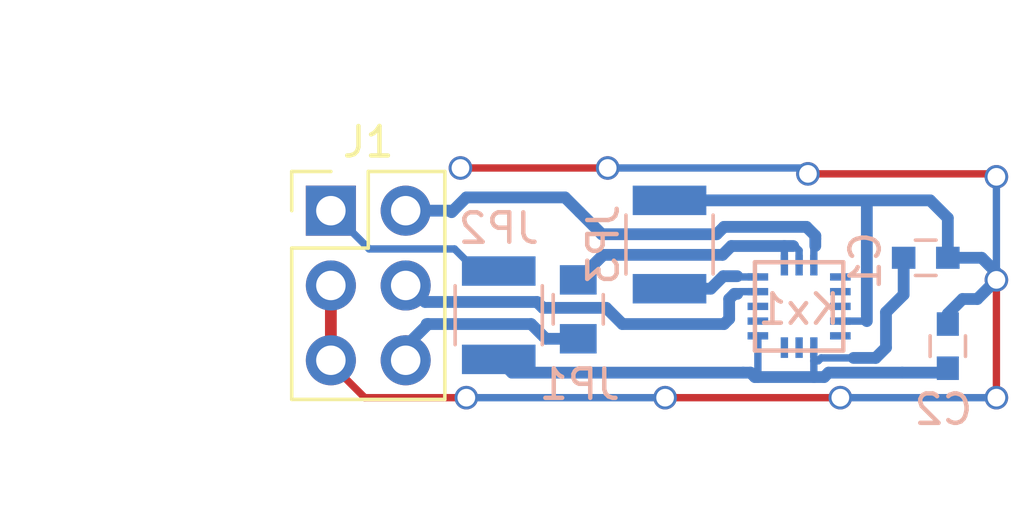
<source format=kicad_pcb>
(kicad_pcb (version 4) (host pcbnew 4.0.7)

  (general
    (links 16)
    (no_connects 0)
    (area 114.214287 82.025 152.200002 102.675)
    (thickness 1.6)
    (drawings 6)
    (tracks 114)
    (zones 0)
    (modules 7)
    (nets 17)
  )

  (page A4)
  (layers
    (0 F.Cu signal)
    (31 B.Cu signal)
    (32 B.Adhes user)
    (33 F.Adhes user)
    (34 B.Paste user)
    (35 F.Paste user)
    (36 B.SilkS user)
    (37 F.SilkS user)
    (38 B.Mask user)
    (39 F.Mask user)
    (40 Dwgs.User user)
    (41 Cmts.User user)
    (42 Eco1.User user)
    (43 Eco2.User user)
    (44 Edge.Cuts user)
    (45 Margin user)
    (46 B.CrtYd user)
    (47 F.CrtYd user)
    (48 B.Fab user)
    (49 F.Fab user)
  )

  (setup
    (last_trace_width 0.25)
    (user_trace_width 0.2)
    (user_trace_width 0.3)
    (user_trace_width 0.4)
    (user_trace_width 0.5)
    (user_trace_width 0.6)
    (user_trace_width 0.8)
    (trace_clearance 0.2)
    (zone_clearance 0.508)
    (zone_45_only no)
    (trace_min 0.2)
    (segment_width 0.2)
    (edge_width 0.15)
    (via_size 0.6)
    (via_drill 0.4)
    (via_min_size 0.4)
    (via_min_drill 0.3)
    (user_via 0.8 0.6)
    (user_via 1.2 0.8)
    (uvia_size 0.3)
    (uvia_drill 0.1)
    (uvias_allowed no)
    (uvia_min_size 0.2)
    (uvia_min_drill 0.1)
    (pcb_text_width 0.3)
    (pcb_text_size 1.5 1.5)
    (mod_edge_width 0.15)
    (mod_text_size 1 1)
    (mod_text_width 0.15)
    (pad_size 1.2 3.5)
    (pad_drill 0)
    (pad_to_mask_clearance 0.2)
    (aux_axis_origin 0 0)
    (visible_elements 7FFFF73F)
    (pcbplotparams
      (layerselection 0x00004_00000000)
      (usegerberextensions false)
      (excludeedgelayer false)
      (linewidth 0.100000)
      (plotframeref false)
      (viasonmask true)
      (mode 1)
      (useauxorigin false)
      (hpglpennumber 1)
      (hpglpenspeed 20)
      (hpglpendiameter 15)
      (hpglpenoverlay 2)
      (psnegative false)
      (psa4output false)
      (plotreference true)
      (plotvalue true)
      (plotinvisibletext true)
      (padsonsilk false)
      (subtractmaskfromsilk false)
      (outputformat 2)
      (mirror false)
      (drillshape 0)
      (scaleselection 1)
      (outputdirectory Cuivres/))
  )

  (net 0 "")
  (net 1 GNDREF)
  (net 2 /VDD)
  (net 3 /CS/SCL)
  (net 4 /SCLK)
  (net 5 /Miso/Mosi)
  (net 6 "Net-(J1-Pad1)")
  (net 7 "Net-(JP3-Pad2)")
  (net 8 "Net-(Kx1-Pad9)")
  (net 9 "Net-(Kx1-Pad16)")
  (net 10 "Net-(Kx1-Pad15)")
  (net 11 "Net-(Kx1-Pad13)")
  (net 12 "Net-(Kx1-Pad3)")
  (net 13 "Net-(Kx1-Pad2)")
  (net 14 "Net-(Kx1-Pad11)")
  (net 15 "Net-(Kx1-Pad10)")
  (net 16 "Net-(J1-Pad6)")

  (net_class Default "Ceci est la Netclass par défaut"
    (clearance 0.2)
    (trace_width 0.25)
    (via_dia 0.6)
    (via_drill 0.4)
    (uvia_dia 0.3)
    (uvia_drill 0.1)
    (add_net /CS/SCL)
    (add_net /Miso/Mosi)
    (add_net /SCLK)
    (add_net /VDD)
    (add_net GNDREF)
    (add_net "Net-(J1-Pad1)")
    (add_net "Net-(J1-Pad6)")
    (add_net "Net-(JP3-Pad2)")
    (add_net "Net-(Kx1-Pad10)")
    (add_net "Net-(Kx1-Pad11)")
    (add_net "Net-(Kx1-Pad13)")
    (add_net "Net-(Kx1-Pad15)")
    (add_net "Net-(Kx1-Pad16)")
    (add_net "Net-(Kx1-Pad2)")
    (add_net "Net-(Kx1-Pad3)")
    (add_net "Net-(Kx1-Pad9)")
  )

  (module DIY_KICAD_FOOTPRINT_LIBRARY:KX224 (layer B.Cu) (tedit 5BC5A1EB) (tstamp 5BBDD949)
    (at 144.5 95.2)
    (path /5BBCC8A2)
    (fp_text reference Kx1 (at 0 0.1) (layer B.SilkS)
      (effects (font (size 1 1) (thickness 0.15)) (justify mirror))
    )
    (fp_text value KX224 (at -0.25 6.4) (layer B.Fab)
      (effects (font (size 1 1) (thickness 0.15)) (justify mirror))
    )
    (fp_line (start -1.5 1.5) (end -1.5 -1.5) (layer B.SilkS) (width 0.15))
    (fp_line (start -1.5 -1.5) (end 1.5 -1.5) (layer B.SilkS) (width 0.15))
    (fp_line (start 1.5 -1.5) (end 1.5 1.5) (layer B.SilkS) (width 0.15))
    (fp_line (start 1.5 1.5) (end -1.5 1.5) (layer B.SilkS) (width 0.15))
    (pad 5 smd rect (at -1.4 -1 270) (size 0.25 0.7) (layers B.Cu B.Paste B.Mask)
      (net 7 "Net-(JP3-Pad2)"))
    (pad 6 smd rect (at -0.5 -1.4) (size 0.25 0.7) (layers B.Cu B.Paste B.Mask)
      (net 5 /Miso/Mosi))
    (pad 7 smd rect (at 0 -1.4) (size 0.25 0.7) (layers B.Cu B.Paste B.Mask)
      (net 5 /Miso/Mosi))
    (pad 8 smd rect (at 0.5 -1.4) (size 0.25 0.7) (layers B.Cu B.Paste B.Mask)
      (net 3 /CS/SCL))
    (pad 9 smd rect (at 1.4 -1 270) (size 0.25 0.7) (layers B.Cu B.Paste B.Mask)
      (net 8 "Net-(Kx1-Pad9)"))
    (pad 1 smd rect (at -1.4 1 270) (size 0.25 0.7) (layers B.Cu B.Paste B.Mask)
      (net 2 /VDD))
    (pad 16 smd rect (at -0.5 1.4) (size 0.25 0.7) (layers B.Cu B.Paste B.Mask)
      (net 9 "Net-(Kx1-Pad16)"))
    (pad 15 smd rect (at 0 1.4) (size 0.25 0.7) (layers B.Cu B.Paste B.Mask)
      (net 10 "Net-(Kx1-Pad15)"))
    (pad 14 smd rect (at 0.5 1.4) (size 0.25 0.7) (layers B.Cu B.Paste B.Mask)
      (net 2 /VDD))
    (pad 13 smd rect (at 1.4 1 270) (size 0.25 0.7) (layers B.Cu B.Paste B.Mask)
      (net 11 "Net-(Kx1-Pad13)"))
    (pad 3 smd rect (at -1.4 0 270) (size 0.25 0.7) (layers B.Cu B.Paste B.Mask)
      (net 12 "Net-(Kx1-Pad3)"))
    (pad 2 smd rect (at -1.4 0.5 270) (size 0.25 0.7) (layers B.Cu B.Paste B.Mask)
      (net 13 "Net-(Kx1-Pad2)"))
    (pad 4 smd rect (at -1.4 -0.5 270) (size 0.25 0.7) (layers B.Cu B.Paste B.Mask)
      (net 4 /SCLK))
    (pad 11 smd rect (at 1.4 0 270) (size 0.25 0.7) (layers B.Cu B.Paste B.Mask)
      (net 14 "Net-(Kx1-Pad11)"))
    (pad 10 smd rect (at 1.4 -0.5 270) (size 0.25 0.7) (layers B.Cu B.Paste B.Mask)
      (net 15 "Net-(Kx1-Pad10)"))
    (pad 12 smd rect (at 1.4 0.5 270) (size 0.25 0.7) (layers B.Cu B.Paste B.Mask)
      (net 1 GNDREF))
  )

  (module Capacitors_SMD:C_0603 (layer B.Cu) (tedit 5BC5A20B) (tstamp 5BBDD90D)
    (at 148.8 93.55)
    (descr "Capacitor SMD 0603, reflow soldering, AVX (see smccp.pdf)")
    (tags "capacitor 0603")
    (path /5BBCCA62)
    (attr smd)
    (fp_text reference C1 (at -2.05 0.1 90) (layer B.SilkS)
      (effects (font (size 1 1) (thickness 0.15)) (justify mirror))
    )
    (fp_text value 100nF (at 0 0.95) (layer B.Fab)
      (effects (font (size 1 1) (thickness 0.15)) (justify mirror))
    )
    (fp_line (start 1.4 -0.65) (end -1.4 -0.65) (layer B.CrtYd) (width 0.05))
    (fp_line (start 1.4 -0.65) (end 1.4 0.65) (layer B.CrtYd) (width 0.05))
    (fp_line (start -1.4 0.65) (end -1.4 -0.65) (layer B.CrtYd) (width 0.05))
    (fp_line (start -1.4 0.65) (end 1.4 0.65) (layer B.CrtYd) (width 0.05))
    (fp_line (start 0.35 -0.6) (end -0.35 -0.6) (layer B.SilkS) (width 0.12))
    (fp_line (start -0.35 0.6) (end 0.35 0.6) (layer B.SilkS) (width 0.12))
    (fp_line (start -0.8 0.4) (end 0.8 0.4) (layer B.Fab) (width 0.1))
    (fp_line (start 0.8 0.4) (end 0.8 -0.4) (layer B.Fab) (width 0.1))
    (fp_line (start 0.8 -0.4) (end -0.8 -0.4) (layer B.Fab) (width 0.1))
    (fp_line (start -0.8 -0.4) (end -0.8 0.4) (layer B.Fab) (width 0.1))
    (fp_text user %R (at 0 0) (layer B.Fab)
      (effects (font (size 0.3 0.3) (thickness 0.075)) (justify mirror))
    )
    (pad 2 smd rect (at 0.75 0) (size 0.8 0.75) (layers B.Cu B.Paste B.Mask)
      (net 1 GNDREF))
    (pad 1 smd rect (at -0.75 0) (size 0.8 0.75) (layers B.Cu B.Paste B.Mask)
      (net 2 /VDD))
    (model Capacitors_SMD.3dshapes/C_0603.wrl
      (at (xyz 0 0 0))
      (scale (xyz 1 1 1))
      (rotate (xyz 0 0 0))
    )
  )

  (module Capacitors_SMD:C_0603 (layer B.Cu) (tedit 5BC5A212) (tstamp 5BBDD913)
    (at 149.55 96.55 90)
    (descr "Capacitor SMD 0603, reflow soldering, AVX (see smccp.pdf)")
    (tags "capacitor 0603")
    (path /5BBCCB06)
    (attr smd)
    (fp_text reference C2 (at -2.15 -0.15 180) (layer B.SilkS)
      (effects (font (size 1 1) (thickness 0.15)) (justify mirror))
    )
    (fp_text value 100nF (at 0.25 -1.3 90) (layer B.Fab)
      (effects (font (size 1 1) (thickness 0.15)) (justify mirror))
    )
    (fp_line (start 1.4 -0.65) (end -1.4 -0.65) (layer B.CrtYd) (width 0.05))
    (fp_line (start 1.4 -0.65) (end 1.4 0.65) (layer B.CrtYd) (width 0.05))
    (fp_line (start -1.4 0.65) (end -1.4 -0.65) (layer B.CrtYd) (width 0.05))
    (fp_line (start -1.4 0.65) (end 1.4 0.65) (layer B.CrtYd) (width 0.05))
    (fp_line (start 0.35 -0.6) (end -0.35 -0.6) (layer B.SilkS) (width 0.12))
    (fp_line (start -0.35 0.6) (end 0.35 0.6) (layer B.SilkS) (width 0.12))
    (fp_line (start -0.8 0.4) (end 0.8 0.4) (layer B.Fab) (width 0.1))
    (fp_line (start 0.8 0.4) (end 0.8 -0.4) (layer B.Fab) (width 0.1))
    (fp_line (start 0.8 -0.4) (end -0.8 -0.4) (layer B.Fab) (width 0.1))
    (fp_line (start -0.8 -0.4) (end -0.8 0.4) (layer B.Fab) (width 0.1))
    (fp_text user %R (at 0 0 90) (layer B.Fab)
      (effects (font (size 0.3 0.3) (thickness 0.075)) (justify mirror))
    )
    (pad 2 smd rect (at 0.75 0 90) (size 0.8 0.75) (layers B.Cu B.Paste B.Mask)
      (net 1 GNDREF))
    (pad 1 smd rect (at -0.75 0 90) (size 0.8 0.75) (layers B.Cu B.Paste B.Mask)
      (net 2 /VDD))
    (model Capacitors_SMD.3dshapes/C_0603.wrl
      (at (xyz 0 0 0))
      (scale (xyz 1 1 1))
      (rotate (xyz 0 0 0))
    )
  )

  (module Capacitors_SMD:C_0805 (layer B.Cu) (tedit 5BC5A22C) (tstamp 5BBDF407)
    (at 137 95.3 90)
    (descr "Capacitor SMD 0805, reflow soldering, AVX (see smccp.pdf)")
    (tags "capacitor 0805")
    (path /5BBDF0A5)
    (attr smd)
    (fp_text reference JP1 (at -2.55 0.05 180) (layer B.SilkS)
      (effects (font (size 1 1) (thickness 0.15)) (justify mirror))
    )
    (fp_text value Jumper (at 12.3 -11 180) (layer B.Fab) hide
      (effects (font (size 1 1) (thickness 0.15)) (justify mirror))
    )
    (fp_text user %R (at -2.55 0.05 180) (layer B.Fab)
      (effects (font (size 1 1) (thickness 0.15)) (justify mirror))
    )
    (fp_line (start -1 -0.62) (end -1 0.62) (layer B.Fab) (width 0.1))
    (fp_line (start 1 -0.62) (end -1 -0.62) (layer B.Fab) (width 0.1))
    (fp_line (start 1 0.62) (end 1 -0.62) (layer B.Fab) (width 0.1))
    (fp_line (start -1 0.62) (end 1 0.62) (layer B.Fab) (width 0.1))
    (fp_line (start 0.5 0.85) (end -0.5 0.85) (layer B.SilkS) (width 0.12))
    (fp_line (start -0.5 -0.85) (end 0.5 -0.85) (layer B.SilkS) (width 0.12))
    (fp_line (start -1.75 0.88) (end 1.75 0.88) (layer B.CrtYd) (width 0.05))
    (fp_line (start -1.75 0.88) (end -1.75 -0.87) (layer B.CrtYd) (width 0.05))
    (fp_line (start 1.75 -0.87) (end 1.75 0.88) (layer B.CrtYd) (width 0.05))
    (fp_line (start 1.75 -0.87) (end -1.75 -0.87) (layer B.CrtYd) (width 0.05))
    (pad 1 smd rect (at -1 0 90) (size 1 1.25) (layers B.Cu B.Paste B.Mask)
      (net 16 "Net-(J1-Pad6)"))
    (pad 2 smd rect (at 1 0 90) (size 1 1.25) (layers B.Cu B.Paste B.Mask)
      (net 5 /Miso/Mosi))
    (model Capacitors_SMD.3dshapes/C_0805.wrl
      (at (xyz 0 0 0))
      (scale (xyz 1 1 1))
      (rotate (xyz 0 0 0))
    )
  )

  (module Capacitors_SMD:C_1210 (layer B.Cu) (tedit 5BC5A22E) (tstamp 5BBDF84C)
    (at 134.3 95.5 90)
    (descr "Capacitor SMD 1210, reflow soldering, AVX (see smccp.pdf)")
    (tags "capacitor 1210")
    (path /5BBDF7F0)
    (attr smd)
    (fp_text reference JP2 (at 2.95 0 180) (layer B.SilkS)
      (effects (font (size 1 1) (thickness 0.15)) (justify mirror))
    )
    (fp_text value Jumper (at 9 -0.4 90) (layer B.Fab) hide
      (effects (font (size 1 1) (thickness 0.15)) (justify mirror))
    )
    (fp_text user %R (at 2.95 0 180) (layer B.Fab)
      (effects (font (size 1 1) (thickness 0.15)) (justify mirror))
    )
    (fp_line (start -1.6 -1.25) (end -1.6 1.25) (layer B.Fab) (width 0.1))
    (fp_line (start 1.6 -1.25) (end -1.6 -1.25) (layer B.Fab) (width 0.1))
    (fp_line (start 1.6 1.25) (end 1.6 -1.25) (layer B.Fab) (width 0.1))
    (fp_line (start -1.6 1.25) (end 1.6 1.25) (layer B.Fab) (width 0.1))
    (fp_line (start 1 1.48) (end -1 1.48) (layer B.SilkS) (width 0.12))
    (fp_line (start -1 -1.48) (end 1 -1.48) (layer B.SilkS) (width 0.12))
    (fp_line (start -2.25 1.5) (end 2.25 1.5) (layer B.CrtYd) (width 0.05))
    (fp_line (start -2.25 1.5) (end -2.25 -1.5) (layer B.CrtYd) (width 0.05))
    (fp_line (start 2.25 -1.5) (end 2.25 1.5) (layer B.CrtYd) (width 0.05))
    (fp_line (start 2.25 -1.5) (end -2.25 -1.5) (layer B.CrtYd) (width 0.05))
    (pad 1 smd rect (at -1.5 0 90) (size 1 2.5) (layers B.Cu B.Paste B.Mask)
      (net 2 /VDD))
    (pad 2 smd rect (at 1.5 0 90) (size 1 2.5) (layers B.Cu B.Paste B.Mask)
      (net 6 "Net-(J1-Pad1)"))
    (model Capacitors_SMD.3dshapes/C_1210.wrl
      (at (xyz 0 0 0))
      (scale (xyz 1 1 1))
      (rotate (xyz 0 0 0))
    )
  )

  (module Capacitors_SMD:C_1210 (layer B.Cu) (tedit 58AA84E2) (tstamp 5BC5AADD)
    (at 140.1 93.1 270)
    (descr "Capacitor SMD 1210, reflow soldering, AVX (see smccp.pdf)")
    (tags "capacitor 1210")
    (path /5BC5A8B4)
    (attr smd)
    (fp_text reference JP3 (at 0 2.25 270) (layer B.SilkS)
      (effects (font (size 1 1) (thickness 0.15)) (justify mirror))
    )
    (fp_text value Jumper (at 0 -2.5 270) (layer B.Fab)
      (effects (font (size 1 1) (thickness 0.15)) (justify mirror))
    )
    (fp_text user %R (at 0 2.25 270) (layer B.Fab)
      (effects (font (size 1 1) (thickness 0.15)) (justify mirror))
    )
    (fp_line (start -1.6 -1.25) (end -1.6 1.25) (layer B.Fab) (width 0.1))
    (fp_line (start 1.6 -1.25) (end -1.6 -1.25) (layer B.Fab) (width 0.1))
    (fp_line (start 1.6 1.25) (end 1.6 -1.25) (layer B.Fab) (width 0.1))
    (fp_line (start -1.6 1.25) (end 1.6 1.25) (layer B.Fab) (width 0.1))
    (fp_line (start 1 1.48) (end -1 1.48) (layer B.SilkS) (width 0.12))
    (fp_line (start -1 -1.48) (end 1 -1.48) (layer B.SilkS) (width 0.12))
    (fp_line (start -2.25 1.5) (end 2.25 1.5) (layer B.CrtYd) (width 0.05))
    (fp_line (start -2.25 1.5) (end -2.25 -1.5) (layer B.CrtYd) (width 0.05))
    (fp_line (start 2.25 -1.5) (end 2.25 1.5) (layer B.CrtYd) (width 0.05))
    (fp_line (start 2.25 -1.5) (end -2.25 -1.5) (layer B.CrtYd) (width 0.05))
    (pad 1 smd rect (at -1.5 0 270) (size 1 2.5) (layers B.Cu B.Paste B.Mask)
      (net 1 GNDREF))
    (pad 2 smd rect (at 1.5 0 270) (size 1 2.5) (layers B.Cu B.Paste B.Mask)
      (net 7 "Net-(JP3-Pad2)"))
    (model Capacitors_SMD.3dshapes/C_1210.wrl
      (at (xyz 0 0 0))
      (scale (xyz 1 1 1))
      (rotate (xyz 0 0 0))
    )
  )

  (module Pin_Headers:Pin_Header_Straight_2x03_Pitch2.54mm (layer F.Cu) (tedit 5BD04142) (tstamp 5BD04056)
    (at 128.6 91.95)
    (descr "Through hole straight pin header, 2x03, 2.54mm pitch, double rows")
    (tags "Through hole pin header THT 2x03 2.54mm double row")
    (path /5BD03BD2)
    (fp_text reference J1 (at 1.27 -2.33) (layer F.SilkS)
      (effects (font (size 1 1) (thickness 0.15)))
    )
    (fp_text value Conn_02x03_Odd_Even (at 1.27 7.41) (layer F.Fab) hide
      (effects (font (size 1 1) (thickness 0.15)))
    )
    (fp_line (start 0 -1.27) (end 3.81 -1.27) (layer F.Fab) (width 0.1))
    (fp_line (start 3.81 -1.27) (end 3.81 6.35) (layer F.Fab) (width 0.1))
    (fp_line (start 3.81 6.35) (end -1.27 6.35) (layer F.Fab) (width 0.1))
    (fp_line (start -1.27 6.35) (end -1.27 0) (layer F.Fab) (width 0.1))
    (fp_line (start -1.27 0) (end 0 -1.27) (layer F.Fab) (width 0.1))
    (fp_line (start -1.33 6.41) (end 3.87 6.41) (layer F.SilkS) (width 0.12))
    (fp_line (start -1.33 1.27) (end -1.33 6.41) (layer F.SilkS) (width 0.12))
    (fp_line (start 3.87 -1.33) (end 3.87 6.41) (layer F.SilkS) (width 0.12))
    (fp_line (start -1.33 1.27) (end 1.27 1.27) (layer F.SilkS) (width 0.12))
    (fp_line (start 1.27 1.27) (end 1.27 -1.33) (layer F.SilkS) (width 0.12))
    (fp_line (start 1.27 -1.33) (end 3.87 -1.33) (layer F.SilkS) (width 0.12))
    (fp_line (start -1.33 0) (end -1.33 -1.33) (layer F.SilkS) (width 0.12))
    (fp_line (start -1.33 -1.33) (end 0 -1.33) (layer F.SilkS) (width 0.12))
    (fp_line (start -1.8 -1.8) (end -1.8 6.85) (layer F.CrtYd) (width 0.05))
    (fp_line (start -1.8 6.85) (end 4.35 6.85) (layer F.CrtYd) (width 0.05))
    (fp_line (start 4.35 6.85) (end 4.35 -1.8) (layer F.CrtYd) (width 0.05))
    (fp_line (start 4.35 -1.8) (end -1.8 -1.8) (layer F.CrtYd) (width 0.05))
    (fp_text user %R (at 1.27 2.54 90) (layer F.Fab)
      (effects (font (size 1 1) (thickness 0.15)))
    )
    (pad 1 thru_hole rect (at 0 0) (size 1.7 1.7) (drill 1) (layers *.Cu *.Mask)
      (net 6 "Net-(J1-Pad1)"))
    (pad 2 thru_hole oval (at 2.54 0) (size 1.7 1.7) (drill 1) (layers *.Cu *.Mask)
      (net 3 /CS/SCL))
    (pad 3 thru_hole oval (at 0 2.54) (size 1.7 1.7) (drill 1) (layers *.Cu *.Mask)
      (net 1 GNDREF))
    (pad 4 thru_hole oval (at 2.54 2.54) (size 1.7 1.7) (drill 1) (layers *.Cu *.Mask)
      (net 4 /SCLK))
    (pad 5 thru_hole oval (at 0 5.08) (size 1.7 1.7) (drill 1) (layers *.Cu *.Mask)
      (net 1 GNDREF))
    (pad 6 thru_hole oval (at 2.54 5.08) (size 1.7 1.7) (drill 1) (layers *.Cu *.Mask)
      (net 16 "Net-(J1-Pad6)"))
    (model ${KISYS3DMOD}/Pin_Headers.3dshapes/Pin_Header_Straight_2x03_Pitch2.54mm.wrl
      (at (xyz 0 0 0))
      (scale (xyz 1 1 1))
      (rotate (xyz 0 0 0))
    )
  )

  (dimension 25 (width 0.3) (layer F.Fab)
    (gr_text "25,000 mm" (at 139.5 86.65) (layer F.Fab)
      (effects (font (size 1.5 1.5) (thickness 0.3)))
    )
    (feature1 (pts (xy 152 88) (xy 152 85.3)))
    (feature2 (pts (xy 127 88) (xy 127 85.3)))
    (crossbar (pts (xy 127 88) (xy 152 88)))
    (arrow1a (pts (xy 152 88) (xy 150.873496 88.586421)))
    (arrow1b (pts (xy 152 88) (xy 150.873496 87.413579)))
    (arrow2a (pts (xy 127 88) (xy 128.126504 88.586421)))
    (arrow2b (pts (xy 127 88) (xy 128.126504 87.413579)))
  )
  (dimension 9 (width 0.3) (layer F.Fab)
    (gr_text "9,000 mm" (at 120 95 270) (layer F.Fab) (tstamp 5BBCCE37)
      (effects (font (size 1.5 1.5) (thickness 0.3)))
    )
    (feature1 (pts (xy 125 99) (xy 122.3 99)))
    (feature2 (pts (xy 125 90) (xy 122.3 90)))
    (crossbar (pts (xy 125 90) (xy 125 99)))
    (arrow1a (pts (xy 125 99) (xy 124.413579 97.873496)))
    (arrow1b (pts (xy 125 99) (xy 125.586421 97.873496)))
    (arrow2a (pts (xy 125 90) (xy 124.413579 91.126504)))
    (arrow2b (pts (xy 125 90) (xy 125.586421 91.126504)))
  )
  (gr_line (start 152 90) (end 127 90) (angle 90) (layer F.Fab) (width 0.2))
  (gr_line (start 152 99) (end 152 90) (angle 90) (layer F.Fab) (width 0.2))
  (gr_line (start 127 99) (end 152 99) (angle 90) (layer F.Fab) (width 0.2))
  (gr_line (start 127 90) (end 127 99) (angle 90) (layer F.Fab) (width 0.2))

  (segment (start 149.55 95.45) (end 150.05 94.95) (width 0.4) (layer B.Cu) (net 1) (tstamp 5BC5AEC1) (status 10))
  (segment (start 150.55 94.95) (end 151.2 94.3) (width 0.4) (layer B.Cu) (net 1) (tstamp 5BC5AEC3))
  (segment (start 150.05 94.95) (end 150.55 94.95) (width 0.4) (layer B.Cu) (net 1) (tstamp 5BC5AEC2))
  (segment (start 149.55 95.8) (end 149.55 95.45) (width 0.4) (layer B.Cu) (net 1) (status 30))
  (segment (start 146.8 95.7) (end 146.8 91.6) (width 0.4) (layer B.Cu) (net 1))
  (segment (start 145.9 95.7) (end 146.8 95.7) (width 0.25) (layer B.Cu) (net 1) (status 10))
  (segment (start 140.1 91.6) (end 146.8 91.6) (width 0.4) (layer B.Cu) (net 1))
  (segment (start 149.55 92.2) (end 149.55 93.55) (width 0.4) (layer B.Cu) (net 1) (tstamp 5BC5AE4E))
  (segment (start 146.8 91.6) (end 148.95 91.6) (width 0.4) (layer B.Cu) (net 1) (tstamp 5BC5AE52))
  (segment (start 148.95 91.6) (end 149.55 92.2) (width 0.4) (layer B.Cu) (net 1) (tstamp 5BC5AE4D))
  (segment (start 128.6 97.03) (end 128.6 94.49) (width 0.4) (layer F.Cu) (net 1))
  (segment (start 133.2 98.3) (end 129.75 98.3) (width 0.25) (layer F.Cu) (net 1))
  (via (at 133.2 98.3) (size 0.8) (drill 0.6) (layers F.Cu B.Cu) (net 1))
  (segment (start 133.2 98.3) (end 139.95 98.3) (width 0.25) (layer B.Cu) (net 1) (tstamp 5BC4511C))
  (via (at 139.95 98.3) (size 0.8) (drill 0.6) (layers F.Cu B.Cu) (net 1))
  (segment (start 139.95 98.3) (end 145.9 98.3) (width 0.25) (layer F.Cu) (net 1) (tstamp 5BC45120))
  (via (at 145.9 98.3) (size 0.8) (drill 0.6) (layers F.Cu B.Cu) (net 1))
  (segment (start 145.9 98.3) (end 151.2 98.3) (width 0.25) (layer B.Cu) (net 1) (tstamp 5BC45126))
  (via (at 151.2 98.3) (size 0.8) (drill 0.6) (layers F.Cu B.Cu) (net 1))
  (segment (start 151.2 94.3) (end 151.2 98.3) (width 0.25) (layer F.Cu) (net 1) (tstamp 5BC4512A))
  (via (at 151.2 94.3) (size 0.8) (drill 0.6) (layers F.Cu B.Cu) (net 1))
  (segment (start 129.75 98.3) (end 128.6 97.15) (width 0.25) (layer F.Cu) (net 1) (tstamp 5BD0406B))
  (segment (start 128.6 97.15) (end 128.6 97.03) (width 0.25) (layer F.Cu) (net 1) (tstamp 5BD0406C))
  (segment (start 151.2 94.3) (end 151.2 90.8) (width 0.25) (layer B.Cu) (net 1) (tstamp 5BC45132))
  (via (at 133 90.5) (size 0.8) (drill 0.6) (layers F.Cu B.Cu) (net 1))
  (segment (start 138 90.5) (end 133 90.5) (width 0.25) (layer F.Cu) (net 1) (tstamp 5BC45147))
  (via (at 138 90.5) (size 0.8) (drill 0.6) (layers F.Cu B.Cu) (net 1))
  (segment (start 144.6 90.5) (end 138 90.5) (width 0.25) (layer B.Cu) (net 1) (tstamp 5BC4513C))
  (segment (start 144.8 90.7) (end 144.6 90.5) (width 0.25) (layer B.Cu) (net 1) (tstamp 5BC4513B))
  (via (at 144.8 90.7) (size 0.8) (drill 0.6) (layers F.Cu B.Cu) (net 1))
  (segment (start 151.1 90.7) (end 144.8 90.7) (width 0.25) (layer F.Cu) (net 1) (tstamp 5BC45137))
  (segment (start 151.2 90.8) (end 151.1 90.7) (width 0.25) (layer F.Cu) (net 1) (tstamp 5BC45136))
  (via (at 151.2 90.8) (size 0.8) (drill 0.6) (layers F.Cu B.Cu) (net 1))
  (segment (start 150.7 93.55) (end 151.2 94.05) (width 0.4) (layer B.Cu) (net 1) (tstamp 5BC5AEC6))
  (segment (start 151.2 94.05) (end 151.2 94.3) (width 0.4) (layer B.Cu) (net 1) (tstamp 5BC5AEC7))
  (segment (start 149.55 93.55) (end 150.7 93.55) (width 0.4) (layer B.Cu) (net 1))
  (segment (start 149.4 97.45) (end 148 97.45) (width 0.4) (layer B.Cu) (net 2) (status 10))
  (segment (start 145.5 97.45) (end 148 97.45) (width 0.4) (layer B.Cu) (net 2) (tstamp 5BC5AE33))
  (segment (start 145.35 97.6) (end 145.5 97.45) (width 0.4) (layer B.Cu) (net 2) (tstamp 5BC5AE32))
  (segment (start 145.35 97.6) (end 145 97.6) (width 0.4) (layer B.Cu) (net 2) (tstamp 5BC5AE41))
  (segment (start 149.4 97.45) (end 149.55 97.3) (width 0.4) (layer B.Cu) (net 2) (tstamp 5BC5AEBE) (status 30))
  (segment (start 148.05 94.8) (end 147.45 95.4) (width 0.4) (layer B.Cu) (net 2) (tstamp 5BC5AE59))
  (segment (start 147.45 95.4) (end 147.45 96.6) (width 0.4) (layer B.Cu) (net 2) (tstamp 5BC5AE5A))
  (segment (start 147.45 96.6) (end 147.1 96.95) (width 0.4) (layer B.Cu) (net 2) (tstamp 5BC5AE5B))
  (segment (start 147.1 96.95) (end 146.35 96.95) (width 0.4) (layer B.Cu) (net 2) (tstamp 5BC5AE5C))
  (segment (start 148.05 94.8) (end 148.05 93.55) (width 0.4) (layer B.Cu) (net 2))
  (segment (start 145.25 96.95) (end 146.35 96.95) (width 0.25) (layer B.Cu) (net 2) (tstamp 5BC5AE62))
  (segment (start 145 97.05) (end 145.15 97.05) (width 0.25) (layer B.Cu) (net 2))
  (segment (start 145.15 97.05) (end 145.25 96.95) (width 0.25) (layer B.Cu) (net 2) (tstamp 5BC5AE61))
  (segment (start 148.2 93.7) (end 148.05 93.55) (width 0.25) (layer B.Cu) (net 2) (tstamp 5BC5AD10))
  (segment (start 145 97.05) (end 145 97.6) (width 0.25) (layer B.Cu) (net 2) (tstamp 5BC5AE5F))
  (segment (start 145 96.6) (end 145 97.05) (width 0.25) (layer B.Cu) (net 2) (status 10))
  (segment (start 145 97.6) (end 145 97.5) (width 0.25) (layer B.Cu) (net 2) (tstamp 5BC5AE3E))
  (segment (start 143.1 97.6) (end 145 97.6) (width 0.4) (layer B.Cu) (net 2) (tstamp 5BC5AE3C))
  (segment (start 145 97.5) (end 145 97.6) (width 0.25) (layer B.Cu) (net 2) (tstamp 5BC5AE40))
  (segment (start 143.1 96.2) (end 143.1 97.6) (width 0.25) (layer B.Cu) (net 2) (status 10))
  (segment (start 143.1 97.6) (end 143.1 97.45) (width 0.25) (layer B.Cu) (net 2) (tstamp 5BC5AE39))
  (segment (start 143.1 97.45) (end 143.1 97.6) (width 0.25) (layer B.Cu) (net 2) (tstamp 5BC5AE3B))
  (segment (start 134.75 97.45) (end 142.6 97.45) (width 0.4) (layer B.Cu) (net 2))
  (segment (start 142.6 97.45) (end 142.85 97.45) (width 0.4) (layer B.Cu) (net 2))
  (segment (start 143 97.6) (end 143.1 97.6) (width 0.4) (layer B.Cu) (net 2) (tstamp 5BC5AE31))
  (segment (start 142.85 97.45) (end 143 97.6) (width 0.4) (layer B.Cu) (net 2) (tstamp 5BC5AE30))
  (segment (start 134.75 97.45) (end 134.3 97) (width 0.4) (layer B.Cu) (net 2) (tstamp 5BD04187))
  (segment (start 131.14 91.95) (end 132.75 91.95) (width 0.4) (layer B.Cu) (net 3))
  (segment (start 132.7 92) (end 133.2 91.5) (width 0.4) (layer B.Cu) (net 3) (tstamp 5BC5AE00))
  (segment (start 133.2 91.5) (end 136.55 91.5) (width 0.4) (layer B.Cu) (net 3) (tstamp 5BC5AE01))
  (segment (start 136.55 91.5) (end 137.05 92) (width 0.4) (layer B.Cu) (net 3) (tstamp 5BC5AE02))
  (segment (start 145 93.2) (end 145 93.8) (width 0.25) (layer B.Cu) (net 3) (status 20))
  (segment (start 145 93.2) (end 145.05 93.15) (width 0.25) (layer B.Cu) (net 3) (tstamp 5BC5ADBD))
  (segment (start 137.05 92) (end 137.8 92.75) (width 0.4) (layer B.Cu) (net 3) (tstamp 5BC5ADAD))
  (segment (start 137.8 92.75) (end 141.7 92.75) (width 0.4) (layer B.Cu) (net 3) (tstamp 5BC5ADAE))
  (segment (start 141.7 92.75) (end 141.95 92.5) (width 0.4) (layer B.Cu) (net 3) (tstamp 5BC5ADAF))
  (segment (start 141.95 92.5) (end 144.75 92.5) (width 0.4) (layer B.Cu) (net 3) (tstamp 5BC5ADB0))
  (segment (start 144.75 92.5) (end 145.05 92.8) (width 0.4) (layer B.Cu) (net 3) (tstamp 5BC5ADB1))
  (segment (start 145.05 92.8) (end 145.05 92.9) (width 0.4) (layer B.Cu) (net 3) (tstamp 5BC5ADB2))
  (segment (start 145.05 93.15) (end 145.05 92.9) (width 0.4) (layer B.Cu) (net 3))
  (segment (start 132.75 91.95) (end 132.7 92) (width 0.4) (layer B.Cu) (net 3) (tstamp 5BD0414D))
  (segment (start 131.14 94.49) (end 131.24 94.49) (width 0.4) (layer B.Cu) (net 4))
  (segment (start 131.24 94.49) (end 131.8 95.05) (width 0.4) (layer B.Cu) (net 4) (tstamp 5BD04109))
  (segment (start 143.1 94.7) (end 142.475 94.7) (width 0.25) (layer B.Cu) (net 4) (status 10))
  (segment (start 138.5 95.8) (end 137.95 95.25) (width 0.4) (layer B.Cu) (net 4) (tstamp 5BC5ADD2))
  (segment (start 137.95 95.25) (end 135.8 95.25) (width 0.4) (layer B.Cu) (net 4) (tstamp 5BC5ADD3))
  (segment (start 135.8 95.25) (end 135.6 95.05) (width 0.4) (layer B.Cu) (net 4) (tstamp 5BC5ADD4))
  (segment (start 135.6 95.05) (end 131.8 95.05) (width 0.4) (layer B.Cu) (net 4) (tstamp 5BC5ADD5))
  (segment (start 141.95 95.8) (end 138.5 95.8) (width 0.4) (layer B.Cu) (net 4) (tstamp 5BC5ADD1))
  (segment (start 142.125 95.625) (end 141.95 95.8) (width 0.4) (layer B.Cu) (net 4) (tstamp 5BC5ADD0))
  (segment (start 142.475 94.7) (end 142.4 94.775) (width 0.25) (layer B.Cu) (net 4) (tstamp 5BC5ADF2))
  (segment (start 142.125 95.625) (end 142.125 94.95) (width 0.4) (layer B.Cu) (net 4))
  (segment (start 142.3 94.775) (end 142.4 94.775) (width 0.4) (layer B.Cu) (net 4) (tstamp 5BC5ADEF))
  (segment (start 142.125 94.95) (end 142.3 94.775) (width 0.4) (layer B.Cu) (net 4) (tstamp 5BC5ADEE))
  (segment (start 137.85 93.45) (end 137 94.3) (width 0.4) (layer B.Cu) (net 5) (tstamp 5BC5ADAA))
  (segment (start 141.9 93.45) (end 137.85 93.45) (width 0.4) (layer B.Cu) (net 5) (tstamp 5BC5ADA9))
  (segment (start 142.2 93.15) (end 141.9 93.45) (width 0.4) (layer B.Cu) (net 5) (tstamp 5BC5ADA8))
  (segment (start 144 93.15) (end 142.2 93.15) (width 0.4) (layer B.Cu) (net 5))
  (segment (start 144.5 93.8) (end 144.5 93.3) (width 0.25) (layer B.Cu) (net 5) (status 10))
  (segment (start 144.3 93.15) (end 144 93.15) (width 0.4) (layer B.Cu) (net 5))
  (segment (start 144.35 93.15) (end 144.3 93.15) (width 0.25) (layer B.Cu) (net 5) (tstamp 5BC5ADC9))
  (segment (start 144.5 93.3) (end 144.35 93.15) (width 0.25) (layer B.Cu) (net 5) (tstamp 5BC5ADC8))
  (segment (start 144 93.15) (end 144 93.8) (width 0.25) (layer B.Cu) (net 5) (tstamp 5BC5AD51) (status 20))
  (segment (start 128.6 91.95) (end 129.9 93.25) (width 0.25) (layer B.Cu) (net 6) (status 400000))
  (segment (start 132.8 93.25) (end 133.55 94) (width 0.25) (layer B.Cu) (net 6) (tstamp 5BD067E8) (status 800000))
  (segment (start 129.9 93.25) (end 132.8 93.25) (width 0.25) (layer B.Cu) (net 6) (tstamp 5BD067E7))
  (segment (start 133.55 94) (end 134.3 94) (width 0.25) (layer B.Cu) (net 6) (tstamp 5BD067E9) (status C00000))
  (segment (start 143.1 94.2) (end 142.425002 94.2) (width 0.25) (layer B.Cu) (net 7) (status 10))
  (segment (start 141.5 94.6) (end 141.925002 94.174998) (width 0.4) (layer B.Cu) (net 7) (tstamp 5BC5ADDC))
  (segment (start 141.925002 94.174998) (end 142.4 94.174998) (width 0.4) (layer B.Cu) (net 7) (tstamp 5BC5ADDD))
  (segment (start 141.5 94.6) (end 140.1 94.6) (width 0.4) (layer B.Cu) (net 7))
  (segment (start 142.425002 94.2) (end 142.4 94.174998) (width 0.25) (layer B.Cu) (net 7) (tstamp 5BC5ADE0))
  (segment (start 131.14 97.03) (end 131.14 96.56) (width 0.4) (layer B.Cu) (net 16))
  (segment (start 131.14 96.56) (end 131.9 95.8) (width 0.4) (layer B.Cu) (net 16) (tstamp 5BD04075))
  (segment (start 131.85 95.8) (end 131.9 95.8) (width 0.4) (layer B.Cu) (net 16) (tstamp 5BC5AE12))
  (segment (start 131.9 95.8) (end 135.4 95.8) (width 0.4) (layer B.Cu) (net 16) (tstamp 5BD04078))
  (segment (start 135.4 95.8) (end 135.9 96.3) (width 0.4) (layer B.Cu) (net 16) (tstamp 5BC5AE13))
  (segment (start 135.9 96.3) (end 137 96.3) (width 0.4) (layer B.Cu) (net 16) (tstamp 5BC5AE14))

  (zone (net 1) (net_name GNDREF) (layer F.Cu) (tstamp 5BC5A3D2) (hatch edge 0.508)
    (connect_pads (clearance 0.508))
    (min_thickness 0.254)
    (fill (arc_segments 16) (thermal_gap 0.508) (thermal_bridge_width 0.508))
    (polygon
      (pts
        (xy 151.95 99) (xy 127.05 98.95) (xy 127 90.05) (xy 152 90)
      )
    )
  )
  (zone (net 1) (net_name GNDREF) (layer B.Cu) (tstamp 5BC5A3D3) (hatch edge 0.508)
    (connect_pads (clearance 0.508))
    (min_thickness 0.254)
    (fill (arc_segments 16) (thermal_gap 0.508) (thermal_bridge_width 0.508))
    (polygon
      (pts
        (xy 127 90.05) (xy 127 99) (xy 152 98.95) (xy 152 90) (xy 127 90)
      )
    )
  )
)

</source>
